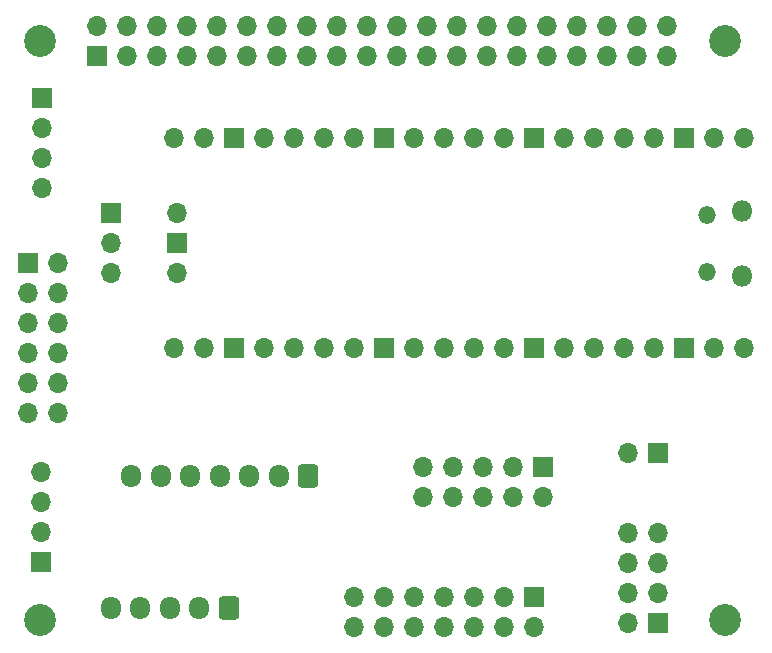
<source format=gbs>
G04 #@! TF.GenerationSoftware,KiCad,Pcbnew,7.0.0-da2b9df05c~163~ubuntu22.04.1*
G04 #@! TF.CreationDate,2023-03-12T18:50:27+00:00*
G04 #@! TF.ProjectId,mt32pipico,6d743332-7069-4706-9963-6f2e6b696361,rev?*
G04 #@! TF.SameCoordinates,Original*
G04 #@! TF.FileFunction,Soldermask,Bot*
G04 #@! TF.FilePolarity,Negative*
%FSLAX46Y46*%
G04 Gerber Fmt 4.6, Leading zero omitted, Abs format (unit mm)*
G04 Created by KiCad (PCBNEW 7.0.0-da2b9df05c~163~ubuntu22.04.1) date 2023-03-12 18:50:27*
%MOMM*%
%LPD*%
G01*
G04 APERTURE LIST*
G04 Aperture macros list*
%AMRoundRect*
0 Rectangle with rounded corners*
0 $1 Rounding radius*
0 $2 $3 $4 $5 $6 $7 $8 $9 X,Y pos of 4 corners*
0 Add a 4 corners polygon primitive as box body*
4,1,4,$2,$3,$4,$5,$6,$7,$8,$9,$2,$3,0*
0 Add four circle primitives for the rounded corners*
1,1,$1+$1,$2,$3*
1,1,$1+$1,$4,$5*
1,1,$1+$1,$6,$7*
1,1,$1+$1,$8,$9*
0 Add four rect primitives between the rounded corners*
20,1,$1+$1,$2,$3,$4,$5,0*
20,1,$1+$1,$4,$5,$6,$7,0*
20,1,$1+$1,$6,$7,$8,$9,0*
20,1,$1+$1,$8,$9,$2,$3,0*%
G04 Aperture macros list end*
%ADD10R,1.700000X1.700000*%
%ADD11O,1.700000X1.700000*%
%ADD12C,2.700000*%
%ADD13RoundRect,0.250000X0.600000X0.725000X-0.600000X0.725000X-0.600000X-0.725000X0.600000X-0.725000X0*%
%ADD14O,1.700000X1.950000*%
%ADD15O,1.800000X1.800000*%
%ADD16O,1.500000X1.500000*%
G04 APERTURE END LIST*
D10*
X188467999Y-66420999D03*
D11*
X188467999Y-68960999D03*
X188467999Y-71500999D03*
X188467999Y-74040999D03*
D12*
X188280000Y-61585000D03*
D10*
X230880999Y-97657999D03*
D11*
X230880999Y-100197999D03*
X228340999Y-97657999D03*
X228340999Y-100197999D03*
X225800999Y-97657999D03*
X225800999Y-100197999D03*
X223260999Y-97657999D03*
X223260999Y-100197999D03*
X220720999Y-97657999D03*
X220720999Y-100197999D03*
D10*
X240669999Y-110860999D03*
D11*
X238129999Y-110860999D03*
X240669999Y-108320999D03*
X238129999Y-108320999D03*
X240669999Y-105780999D03*
X238129999Y-105780999D03*
X240669999Y-103240999D03*
X238129999Y-103240999D03*
D10*
X230128999Y-108706999D03*
D11*
X230128999Y-111246999D03*
X227588999Y-108706999D03*
X227588999Y-111246999D03*
X225048999Y-108706999D03*
X225048999Y-111246999D03*
X222508999Y-108706999D03*
X222508999Y-111246999D03*
X219968999Y-108706999D03*
X219968999Y-111246999D03*
X217428999Y-108706999D03*
X217428999Y-111246999D03*
X214888999Y-108706999D03*
X214888999Y-111246999D03*
D10*
X194309999Y-76199999D03*
D11*
X194309999Y-78739999D03*
X194309999Y-81279999D03*
D13*
X204303000Y-109601000D03*
D14*
X201802999Y-109600999D03*
X199302999Y-109600999D03*
X196802999Y-109600999D03*
X194302999Y-109600999D03*
D15*
X247773999Y-76014999D03*
D16*
X244743999Y-76314999D03*
X244743999Y-81164999D03*
D15*
X247773999Y-81464999D03*
D11*
X247903999Y-69849999D03*
X245363999Y-69849999D03*
D10*
X242823999Y-69849999D03*
D11*
X240283999Y-69849999D03*
X237743999Y-69849999D03*
X235203999Y-69849999D03*
X232663999Y-69849999D03*
D10*
X230123999Y-69849999D03*
D11*
X227583999Y-69849999D03*
X225043999Y-69849999D03*
X222503999Y-69849999D03*
X219963999Y-69849999D03*
D10*
X217423999Y-69849999D03*
D11*
X214883999Y-69849999D03*
X212343999Y-69849999D03*
X209803999Y-69849999D03*
X207263999Y-69849999D03*
D10*
X204723999Y-69849999D03*
D11*
X202183999Y-69849999D03*
X199643999Y-69849999D03*
X199643999Y-87629999D03*
X202183999Y-87629999D03*
D10*
X204723999Y-87629999D03*
D11*
X207263999Y-87629999D03*
X209803999Y-87629999D03*
X212343999Y-87629999D03*
X214883999Y-87629999D03*
D10*
X217423999Y-87629999D03*
D11*
X219963999Y-87629999D03*
X222503999Y-87629999D03*
X225043999Y-87629999D03*
X227583999Y-87629999D03*
D10*
X230123999Y-87629999D03*
D11*
X232663999Y-87629999D03*
X235203999Y-87629999D03*
X237743999Y-87629999D03*
X240283999Y-87629999D03*
D10*
X242823999Y-87629999D03*
D11*
X245363999Y-87629999D03*
X247903999Y-87629999D03*
X199873999Y-76199999D03*
D10*
X199873999Y-78739999D03*
D11*
X199873999Y-81279999D03*
D13*
X211034000Y-98425000D03*
D14*
X208533999Y-98424999D03*
X206033999Y-98424999D03*
X203533999Y-98424999D03*
X201033999Y-98424999D03*
X198533999Y-98424999D03*
X196033999Y-98424999D03*
D10*
X193149999Y-62854999D03*
D11*
X193149999Y-60314999D03*
X195689999Y-62854999D03*
X195689999Y-60314999D03*
X198229999Y-62854999D03*
X198229999Y-60314999D03*
X200769999Y-62854999D03*
X200769999Y-60314999D03*
X203309999Y-62854999D03*
X203309999Y-60314999D03*
X205849999Y-62854999D03*
X205849999Y-60314999D03*
X208389999Y-62854999D03*
X208389999Y-60314999D03*
X210929999Y-62854999D03*
X210929999Y-60314999D03*
X213469999Y-62854999D03*
X213469999Y-60314999D03*
X216009999Y-62854999D03*
X216009999Y-60314999D03*
X218549999Y-62854999D03*
X218549999Y-60314999D03*
X221089999Y-62854999D03*
X221089999Y-60314999D03*
X223629999Y-62854999D03*
X223629999Y-60314999D03*
X226169999Y-62854999D03*
X226169999Y-60314999D03*
X228709999Y-62854999D03*
X228709999Y-60314999D03*
X231249999Y-62854999D03*
X231249999Y-60314999D03*
X233789999Y-62854999D03*
X233789999Y-60314999D03*
X236329999Y-62854999D03*
X236329999Y-60314999D03*
X238869999Y-62854999D03*
X238869999Y-60314999D03*
X241409999Y-62854999D03*
X241409999Y-60314999D03*
D10*
X188417999Y-105749999D03*
D11*
X188417999Y-103209999D03*
X188417999Y-100669999D03*
X188417999Y-98129999D03*
D12*
X188280000Y-110585000D03*
D10*
X240669999Y-96519999D03*
D11*
X238129999Y-96519999D03*
D12*
X246280000Y-110585000D03*
X246280000Y-61585000D03*
D10*
X187324999Y-80390999D03*
D11*
X189864999Y-80390999D03*
X187324999Y-82930999D03*
X189864999Y-82930999D03*
X187324999Y-85470999D03*
X189864999Y-85470999D03*
X187324999Y-88010999D03*
X189864999Y-88010999D03*
X187324999Y-90550999D03*
X189864999Y-90550999D03*
X187324999Y-93090999D03*
X189864999Y-93090999D03*
M02*

</source>
